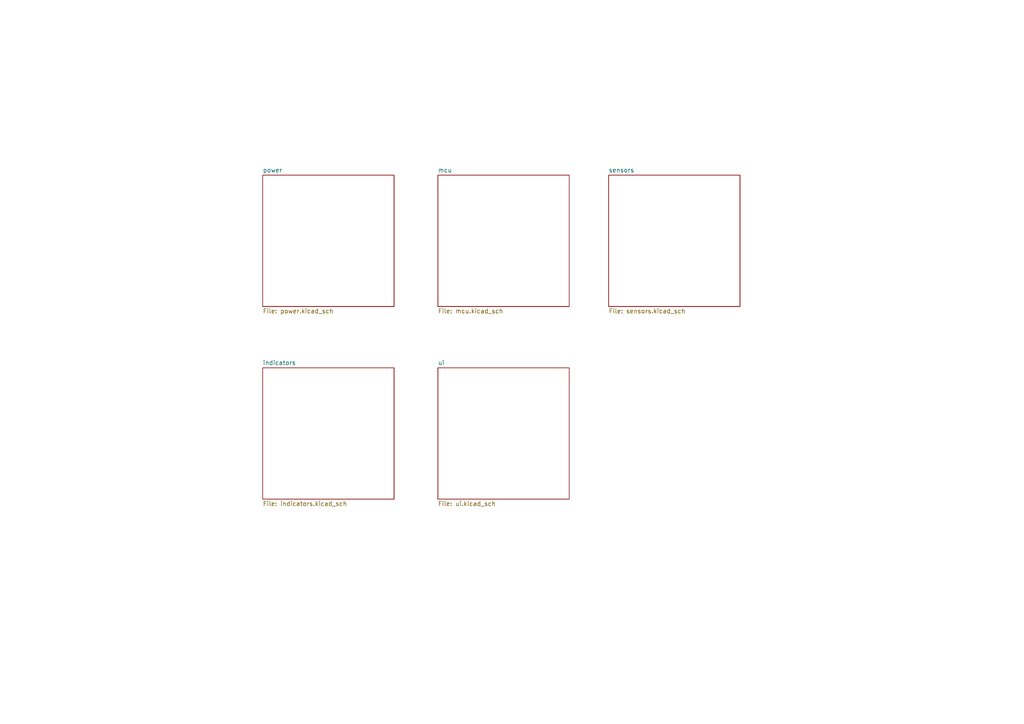
<source format=kicad_sch>
(kicad_sch (version 20250114) (generator "eeschema") (generator_version "9.0")
  (paper "A4")
  (lib_symbols)
  (sheet (at 127 50.8) (size 38.1 38.1) (stroke (width 0.1524))
    (property "Sheetname" "mcu" (at 127 50.0884 0) (effects (justify left bottom)))
    (property "Sheetfile" "mcu.kicad_sch" (at 127 89.4846 0) (effects (justify left top)))
  )
  (sheet (at 127 106.68) (size 38.1 38.1) (stroke (width 0.1524))
    (property "Sheetname" "ui" (at 127 105.9684 0) (effects (justify left bottom)))
    (property "Sheetfile" "ui.kicad_sch" (at 127 145.3646 0) (effects (justify left top)))
  )
  (sheet (at 76.2 106.68) (size 38.1 38.1) (stroke (width 0.1524))
    (property "Sheetname" "indicators" (at 76.2 105.9684 0) (effects (justify left bottom)))
    (property "Sheetfile" "indicators.kicad_sch" (at 76.2 145.3646 0) (effects (justify left top)))
  )
  (sheet (at 176.53 50.8) (size 38.1 38.1) (stroke (width 0.1524))
    (property "Sheetname" "sensors" (at 176.53 50.0884 0) (effects (justify left bottom)))
    (property "Sheetfile" "sensors.kicad_sch" (at 176.53 89.4846 0) (effects (justify left top)))
  )
  (sheet (at 76.2 50.8) (size 38.1 38.1) (stroke (width 0.1524))
    (property "Sheetname" "power" (at 76.2 50.0884 0) (effects (justify left bottom)))
    (property "Sheetfile" "power.kicad_sch" (at 76.2 89.4846 0) (effects (justify left top)))
  )
)
</source>
